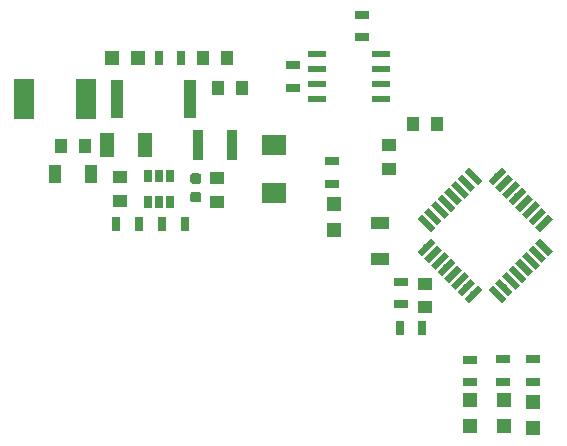
<source format=gbr>
G04 #@! TF.GenerationSoftware,KiCad,Pcbnew,5.1.4*
G04 #@! TF.CreationDate,2019-12-12T21:33:50-05:00*
G04 #@! TF.ProjectId,Suspension_Travel,53757370-656e-4736-996f-6e5f54726176,rev?*
G04 #@! TF.SameCoordinates,Original*
G04 #@! TF.FileFunction,Paste,Top*
G04 #@! TF.FilePolarity,Positive*
%FSLAX46Y46*%
G04 Gerber Fmt 4.6, Leading zero omitted, Abs format (unit mm)*
G04 Created by KiCad (PCBNEW 5.1.4) date 2019-12-12 21:33:50*
%MOMM*%
%LPD*%
G04 APERTURE LIST*
%ADD10R,1.780000X3.500000*%
%ADD11R,1.250000X1.000000*%
%ADD12R,0.900000X2.500000*%
%ADD13R,1.200000X2.000000*%
%ADD14R,0.700000X1.300000*%
%ADD15R,1.000000X3.200000*%
%ADD16R,0.650000X1.060000*%
%ADD17R,1.000000X1.600000*%
%ADD18R,1.000000X1.250000*%
%ADD19R,2.159000X1.778000*%
%ADD20R,1.200000X1.200000*%
%ADD21C,0.100000*%
%ADD22C,0.875000*%
%ADD23R,1.600000X1.000000*%
%ADD24R,1.300000X0.700000*%
%ADD25R,1.550000X0.600000*%
%ADD26C,0.550000*%
G04 APERTURE END LIST*
D10*
X113550700Y-88519000D03*
X108270700Y-88519000D03*
D11*
X116408200Y-95139000D03*
X116408200Y-97139000D03*
D12*
X125859200Y-92392500D03*
X122959200Y-92392500D03*
D13*
X118503300Y-92453460D03*
X115303300Y-92453460D03*
D14*
X116085580Y-99141280D03*
X117985580Y-99141280D03*
X121871780Y-99156520D03*
X119971780Y-99156520D03*
X121600000Y-85090000D03*
X119700000Y-85090000D03*
D15*
X116151800Y-88513920D03*
X122351800Y-88513920D03*
D16*
X118752400Y-97254200D03*
X119702400Y-97254200D03*
X120652400Y-97254200D03*
X120652400Y-95054200D03*
X118752400Y-95054200D03*
X119702400Y-95054200D03*
D17*
X113931700Y-94869000D03*
X110931700Y-94869000D03*
D18*
X113407700Y-92519500D03*
X111407700Y-92519500D03*
D19*
X129425700Y-96456500D03*
X129425700Y-92392500D03*
D20*
X117940000Y-85090000D03*
X115740000Y-85090000D03*
X134480000Y-97420000D03*
X134480000Y-99620000D03*
D11*
X124627640Y-97250000D03*
X124627640Y-95250000D03*
D21*
G36*
X123099391Y-94835553D02*
G01*
X123120626Y-94838703D01*
X123141450Y-94843919D01*
X123161662Y-94851151D01*
X123181068Y-94860330D01*
X123199481Y-94871366D01*
X123216724Y-94884154D01*
X123232630Y-94898570D01*
X123247046Y-94914476D01*
X123259834Y-94931719D01*
X123270870Y-94950132D01*
X123280049Y-94969538D01*
X123287281Y-94989750D01*
X123292497Y-95010574D01*
X123295647Y-95031809D01*
X123296700Y-95053250D01*
X123296700Y-95490750D01*
X123295647Y-95512191D01*
X123292497Y-95533426D01*
X123287281Y-95554250D01*
X123280049Y-95574462D01*
X123270870Y-95593868D01*
X123259834Y-95612281D01*
X123247046Y-95629524D01*
X123232630Y-95645430D01*
X123216724Y-95659846D01*
X123199481Y-95672634D01*
X123181068Y-95683670D01*
X123161662Y-95692849D01*
X123141450Y-95700081D01*
X123120626Y-95705297D01*
X123099391Y-95708447D01*
X123077950Y-95709500D01*
X122565450Y-95709500D01*
X122544009Y-95708447D01*
X122522774Y-95705297D01*
X122501950Y-95700081D01*
X122481738Y-95692849D01*
X122462332Y-95683670D01*
X122443919Y-95672634D01*
X122426676Y-95659846D01*
X122410770Y-95645430D01*
X122396354Y-95629524D01*
X122383566Y-95612281D01*
X122372530Y-95593868D01*
X122363351Y-95574462D01*
X122356119Y-95554250D01*
X122350903Y-95533426D01*
X122347753Y-95512191D01*
X122346700Y-95490750D01*
X122346700Y-95053250D01*
X122347753Y-95031809D01*
X122350903Y-95010574D01*
X122356119Y-94989750D01*
X122363351Y-94969538D01*
X122372530Y-94950132D01*
X122383566Y-94931719D01*
X122396354Y-94914476D01*
X122410770Y-94898570D01*
X122426676Y-94884154D01*
X122443919Y-94871366D01*
X122462332Y-94860330D01*
X122481738Y-94851151D01*
X122501950Y-94843919D01*
X122522774Y-94838703D01*
X122544009Y-94835553D01*
X122565450Y-94834500D01*
X123077950Y-94834500D01*
X123099391Y-94835553D01*
X123099391Y-94835553D01*
G37*
D22*
X122821700Y-95272000D03*
D21*
G36*
X123099391Y-96410553D02*
G01*
X123120626Y-96413703D01*
X123141450Y-96418919D01*
X123161662Y-96426151D01*
X123181068Y-96435330D01*
X123199481Y-96446366D01*
X123216724Y-96459154D01*
X123232630Y-96473570D01*
X123247046Y-96489476D01*
X123259834Y-96506719D01*
X123270870Y-96525132D01*
X123280049Y-96544538D01*
X123287281Y-96564750D01*
X123292497Y-96585574D01*
X123295647Y-96606809D01*
X123296700Y-96628250D01*
X123296700Y-97065750D01*
X123295647Y-97087191D01*
X123292497Y-97108426D01*
X123287281Y-97129250D01*
X123280049Y-97149462D01*
X123270870Y-97168868D01*
X123259834Y-97187281D01*
X123247046Y-97204524D01*
X123232630Y-97220430D01*
X123216724Y-97234846D01*
X123199481Y-97247634D01*
X123181068Y-97258670D01*
X123161662Y-97267849D01*
X123141450Y-97275081D01*
X123120626Y-97280297D01*
X123099391Y-97283447D01*
X123077950Y-97284500D01*
X122565450Y-97284500D01*
X122544009Y-97283447D01*
X122522774Y-97280297D01*
X122501950Y-97275081D01*
X122481738Y-97267849D01*
X122462332Y-97258670D01*
X122443919Y-97247634D01*
X122426676Y-97234846D01*
X122410770Y-97220430D01*
X122396354Y-97204524D01*
X122383566Y-97187281D01*
X122372530Y-97168868D01*
X122363351Y-97149462D01*
X122356119Y-97129250D01*
X122350903Y-97108426D01*
X122347753Y-97087191D01*
X122346700Y-97065750D01*
X122346700Y-96628250D01*
X122347753Y-96606809D01*
X122350903Y-96585574D01*
X122356119Y-96564750D01*
X122363351Y-96544538D01*
X122372530Y-96525132D01*
X122383566Y-96506719D01*
X122396354Y-96489476D01*
X122410770Y-96473570D01*
X122426676Y-96459154D01*
X122443919Y-96446366D01*
X122462332Y-96435330D01*
X122481738Y-96426151D01*
X122501950Y-96418919D01*
X122522774Y-96413703D01*
X122544009Y-96410553D01*
X122565450Y-96409500D01*
X123077950Y-96409500D01*
X123099391Y-96410553D01*
X123099391Y-96410553D01*
G37*
D22*
X122821700Y-96847000D03*
D18*
X124730000Y-87630000D03*
X126730000Y-87630000D03*
X125460000Y-85090000D03*
X123460000Y-85090000D03*
D11*
X142240000Y-106172000D03*
X142240000Y-104172000D03*
X139192000Y-92472000D03*
X139192000Y-94472000D03*
D18*
X143240000Y-90678000D03*
X141240000Y-90678000D03*
D23*
X138430000Y-99060000D03*
X138430000Y-102060000D03*
D20*
X146024600Y-116212800D03*
X146024600Y-114012800D03*
X148945600Y-114012800D03*
X148945600Y-116212800D03*
X151384000Y-114216000D03*
X151384000Y-116416000D03*
D24*
X140208000Y-104018000D03*
X140208000Y-105918000D03*
X131064000Y-85664000D03*
X131064000Y-87564000D03*
D14*
X140086000Y-107950000D03*
X141986000Y-107950000D03*
D24*
X136906000Y-83312000D03*
X136906000Y-81412000D03*
X146050000Y-110622000D03*
X146050000Y-112522000D03*
X148844000Y-110556000D03*
X148844000Y-112456000D03*
X151384000Y-112456000D03*
X151384000Y-110556000D03*
D25*
X138496000Y-88544400D03*
X138496000Y-87274400D03*
X138496000Y-86004400D03*
X138496000Y-84734400D03*
X133096000Y-84734400D03*
X133096000Y-86004400D03*
X133096000Y-87274400D03*
X133096000Y-88544400D03*
D26*
X152305103Y-99050695D03*
D21*
G36*
X152676334Y-98290555D02*
G01*
X153065243Y-98679464D01*
X151933872Y-99810835D01*
X151544963Y-99421926D01*
X152676334Y-98290555D01*
X152676334Y-98290555D01*
G37*
D26*
X151739417Y-98485010D03*
D21*
G36*
X152110648Y-97724870D02*
G01*
X152499557Y-98113779D01*
X151368186Y-99245150D01*
X150979277Y-98856241D01*
X152110648Y-97724870D01*
X152110648Y-97724870D01*
G37*
D26*
X151173732Y-97919324D03*
D21*
G36*
X151544963Y-97159184D02*
G01*
X151933872Y-97548093D01*
X150802501Y-98679464D01*
X150413592Y-98290555D01*
X151544963Y-97159184D01*
X151544963Y-97159184D01*
G37*
D26*
X150608047Y-97353639D03*
D21*
G36*
X150979278Y-96593499D02*
G01*
X151368187Y-96982408D01*
X150236816Y-98113779D01*
X149847907Y-97724870D01*
X150979278Y-96593499D01*
X150979278Y-96593499D01*
G37*
D26*
X150042361Y-96787953D03*
D21*
G36*
X150413592Y-96027813D02*
G01*
X150802501Y-96416722D01*
X149671130Y-97548093D01*
X149282221Y-97159184D01*
X150413592Y-96027813D01*
X150413592Y-96027813D01*
G37*
D26*
X149476676Y-96222268D03*
D21*
G36*
X149847907Y-95462128D02*
G01*
X150236816Y-95851037D01*
X149105445Y-96982408D01*
X148716536Y-96593499D01*
X149847907Y-95462128D01*
X149847907Y-95462128D01*
G37*
D26*
X148910990Y-95656583D03*
D21*
G36*
X149282221Y-94896443D02*
G01*
X149671130Y-95285352D01*
X148539759Y-96416723D01*
X148150850Y-96027814D01*
X149282221Y-94896443D01*
X149282221Y-94896443D01*
G37*
D26*
X148345305Y-95090897D03*
D21*
G36*
X148716536Y-94330757D02*
G01*
X149105445Y-94719666D01*
X147974074Y-95851037D01*
X147585165Y-95462128D01*
X148716536Y-94330757D01*
X148716536Y-94330757D01*
G37*
D26*
X146294695Y-95090897D03*
D21*
G36*
X145534555Y-94719666D02*
G01*
X145923464Y-94330757D01*
X147054835Y-95462128D01*
X146665926Y-95851037D01*
X145534555Y-94719666D01*
X145534555Y-94719666D01*
G37*
D26*
X145729010Y-95656583D03*
D21*
G36*
X144968870Y-95285352D02*
G01*
X145357779Y-94896443D01*
X146489150Y-96027814D01*
X146100241Y-96416723D01*
X144968870Y-95285352D01*
X144968870Y-95285352D01*
G37*
D26*
X145163324Y-96222268D03*
D21*
G36*
X144403184Y-95851037D02*
G01*
X144792093Y-95462128D01*
X145923464Y-96593499D01*
X145534555Y-96982408D01*
X144403184Y-95851037D01*
X144403184Y-95851037D01*
G37*
D26*
X144597639Y-96787953D03*
D21*
G36*
X143837499Y-96416722D02*
G01*
X144226408Y-96027813D01*
X145357779Y-97159184D01*
X144968870Y-97548093D01*
X143837499Y-96416722D01*
X143837499Y-96416722D01*
G37*
D26*
X144031953Y-97353639D03*
D21*
G36*
X143271813Y-96982408D02*
G01*
X143660722Y-96593499D01*
X144792093Y-97724870D01*
X144403184Y-98113779D01*
X143271813Y-96982408D01*
X143271813Y-96982408D01*
G37*
D26*
X143466268Y-97919324D03*
D21*
G36*
X142706128Y-97548093D02*
G01*
X143095037Y-97159184D01*
X144226408Y-98290555D01*
X143837499Y-98679464D01*
X142706128Y-97548093D01*
X142706128Y-97548093D01*
G37*
D26*
X142900583Y-98485010D03*
D21*
G36*
X142140443Y-98113779D02*
G01*
X142529352Y-97724870D01*
X143660723Y-98856241D01*
X143271814Y-99245150D01*
X142140443Y-98113779D01*
X142140443Y-98113779D01*
G37*
D26*
X142334897Y-99050695D03*
D21*
G36*
X141574757Y-98679464D02*
G01*
X141963666Y-98290555D01*
X143095037Y-99421926D01*
X142706128Y-99810835D01*
X141574757Y-98679464D01*
X141574757Y-98679464D01*
G37*
D26*
X142334897Y-101101305D03*
D21*
G36*
X142706128Y-100341165D02*
G01*
X143095037Y-100730074D01*
X141963666Y-101861445D01*
X141574757Y-101472536D01*
X142706128Y-100341165D01*
X142706128Y-100341165D01*
G37*
D26*
X142900583Y-101666990D03*
D21*
G36*
X143271814Y-100906850D02*
G01*
X143660723Y-101295759D01*
X142529352Y-102427130D01*
X142140443Y-102038221D01*
X143271814Y-100906850D01*
X143271814Y-100906850D01*
G37*
D26*
X143466268Y-102232676D03*
D21*
G36*
X143837499Y-101472536D02*
G01*
X144226408Y-101861445D01*
X143095037Y-102992816D01*
X142706128Y-102603907D01*
X143837499Y-101472536D01*
X143837499Y-101472536D01*
G37*
D26*
X144031953Y-102798361D03*
D21*
G36*
X144403184Y-102038221D02*
G01*
X144792093Y-102427130D01*
X143660722Y-103558501D01*
X143271813Y-103169592D01*
X144403184Y-102038221D01*
X144403184Y-102038221D01*
G37*
D26*
X144597639Y-103364047D03*
D21*
G36*
X144968870Y-102603907D02*
G01*
X145357779Y-102992816D01*
X144226408Y-104124187D01*
X143837499Y-103735278D01*
X144968870Y-102603907D01*
X144968870Y-102603907D01*
G37*
D26*
X145163324Y-103929732D03*
D21*
G36*
X145534555Y-103169592D02*
G01*
X145923464Y-103558501D01*
X144792093Y-104689872D01*
X144403184Y-104300963D01*
X145534555Y-103169592D01*
X145534555Y-103169592D01*
G37*
D26*
X145729010Y-104495417D03*
D21*
G36*
X146100241Y-103735277D02*
G01*
X146489150Y-104124186D01*
X145357779Y-105255557D01*
X144968870Y-104866648D01*
X146100241Y-103735277D01*
X146100241Y-103735277D01*
G37*
D26*
X146294695Y-105061103D03*
D21*
G36*
X146665926Y-104300963D02*
G01*
X147054835Y-104689872D01*
X145923464Y-105821243D01*
X145534555Y-105432334D01*
X146665926Y-104300963D01*
X146665926Y-104300963D01*
G37*
D26*
X148345305Y-105061103D03*
D21*
G36*
X147585165Y-104689872D02*
G01*
X147974074Y-104300963D01*
X149105445Y-105432334D01*
X148716536Y-105821243D01*
X147585165Y-104689872D01*
X147585165Y-104689872D01*
G37*
D26*
X148910990Y-104495417D03*
D21*
G36*
X148150850Y-104124186D02*
G01*
X148539759Y-103735277D01*
X149671130Y-104866648D01*
X149282221Y-105255557D01*
X148150850Y-104124186D01*
X148150850Y-104124186D01*
G37*
D26*
X149476676Y-103929732D03*
D21*
G36*
X148716536Y-103558501D02*
G01*
X149105445Y-103169592D01*
X150236816Y-104300963D01*
X149847907Y-104689872D01*
X148716536Y-103558501D01*
X148716536Y-103558501D01*
G37*
D26*
X150042361Y-103364047D03*
D21*
G36*
X149282221Y-102992816D02*
G01*
X149671130Y-102603907D01*
X150802501Y-103735278D01*
X150413592Y-104124187D01*
X149282221Y-102992816D01*
X149282221Y-102992816D01*
G37*
D26*
X150608047Y-102798361D03*
D21*
G36*
X149847907Y-102427130D02*
G01*
X150236816Y-102038221D01*
X151368187Y-103169592D01*
X150979278Y-103558501D01*
X149847907Y-102427130D01*
X149847907Y-102427130D01*
G37*
D26*
X151173732Y-102232676D03*
D21*
G36*
X150413592Y-101861445D02*
G01*
X150802501Y-101472536D01*
X151933872Y-102603907D01*
X151544963Y-102992816D01*
X150413592Y-101861445D01*
X150413592Y-101861445D01*
G37*
D26*
X151739417Y-101666990D03*
D21*
G36*
X150979277Y-101295759D02*
G01*
X151368186Y-100906850D01*
X152499557Y-102038221D01*
X152110648Y-102427130D01*
X150979277Y-101295759D01*
X150979277Y-101295759D01*
G37*
D26*
X152305103Y-101101305D03*
D21*
G36*
X151544963Y-100730074D02*
G01*
X151933872Y-100341165D01*
X153065243Y-101472536D01*
X152676334Y-101861445D01*
X151544963Y-100730074D01*
X151544963Y-100730074D01*
G37*
D24*
X134366000Y-93792000D03*
X134366000Y-95692000D03*
M02*

</source>
